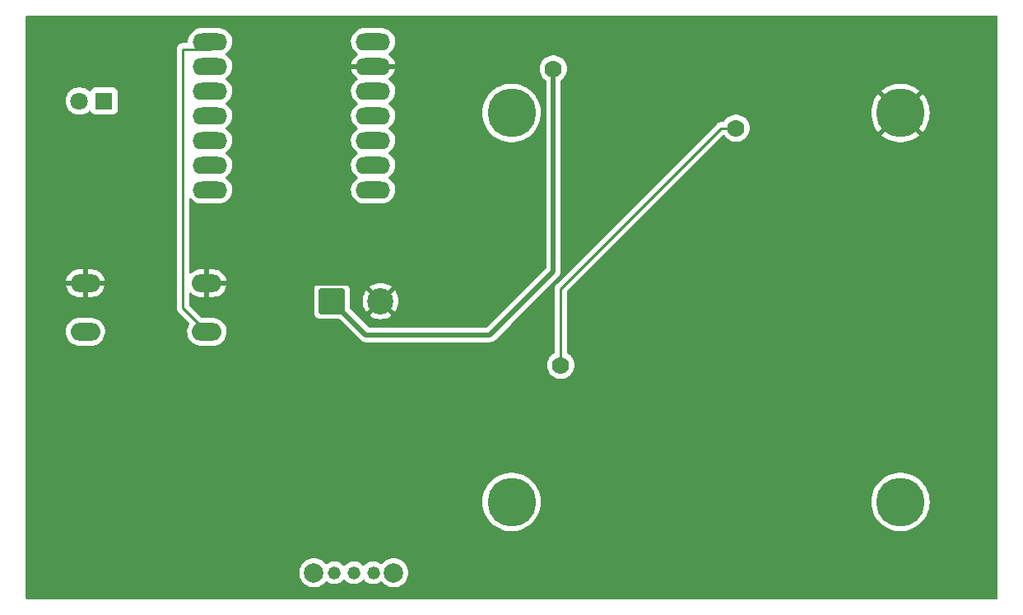
<source format=gbr>
%TF.GenerationSoftware,KiCad,Pcbnew,7.0.9*%
%TF.CreationDate,2024-01-21T16:04:35-08:00*%
%TF.ProjectId,Sensing Device,53656e73-696e-4672-9044-65766963652e,rev?*%
%TF.SameCoordinates,Original*%
%TF.FileFunction,Copper,L2,Bot*%
%TF.FilePolarity,Positive*%
%FSLAX46Y46*%
G04 Gerber Fmt 4.6, Leading zero omitted, Abs format (unit mm)*
G04 Created by KiCad (PCBNEW 7.0.9) date 2024-01-21 16:04:35*
%MOMM*%
%LPD*%
G01*
G04 APERTURE LIST*
G04 Aperture macros list*
%AMRoundRect*
0 Rectangle with rounded corners*
0 $1 Rounding radius*
0 $2 $3 $4 $5 $6 $7 $8 $9 X,Y pos of 4 corners*
0 Add a 4 corners polygon primitive as box body*
4,1,4,$2,$3,$4,$5,$6,$7,$8,$9,$2,$3,0*
0 Add four circle primitives for the rounded corners*
1,1,$1+$1,$2,$3*
1,1,$1+$1,$4,$5*
1,1,$1+$1,$6,$7*
1,1,$1+$1,$8,$9*
0 Add four rect primitives between the rounded corners*
20,1,$1+$1,$2,$3,$4,$5,0*
20,1,$1+$1,$4,$5,$6,$7,0*
20,1,$1+$1,$6,$7,$8,$9,0*
20,1,$1+$1,$8,$9,$2,$3,0*%
G04 Aperture macros list end*
%TA.AperFunction,ComponentPad*%
%ADD10O,3.556000X1.778000*%
%TD*%
%TA.AperFunction,ComponentPad*%
%ADD11RoundRect,0.250001X-1.099999X-1.099999X1.099999X-1.099999X1.099999X1.099999X-1.099999X1.099999X0*%
%TD*%
%TA.AperFunction,ComponentPad*%
%ADD12C,2.700000*%
%TD*%
%TA.AperFunction,ComponentPad*%
%ADD13O,3.048000X1.850000*%
%TD*%
%TA.AperFunction,ComponentPad*%
%ADD14C,1.320800*%
%TD*%
%TA.AperFunction,ComponentPad*%
%ADD15C,2.006600*%
%TD*%
%TA.AperFunction,ComponentPad*%
%ADD16C,5.000000*%
%TD*%
%TA.AperFunction,ComponentPad*%
%ADD17R,1.800000X1.800000*%
%TD*%
%TA.AperFunction,ComponentPad*%
%ADD18C,1.800000*%
%TD*%
%TA.AperFunction,ViaPad*%
%ADD19C,1.778000*%
%TD*%
%TA.AperFunction,Conductor*%
%ADD20C,0.500000*%
%TD*%
%TA.AperFunction,Conductor*%
%ADD21C,0.254000*%
%TD*%
G04 APERTURE END LIST*
D10*
%TO.P,U1,1,GPIO1_A0_D0*%
%TO.N,/Button*%
X78994000Y-42672000D03*
%TO.P,U1,2,GPIO2_A1_D1*%
%TO.N,unconnected-(U1-GPIO2_A1_D1-Pad2)*%
X78994000Y-45212000D03*
%TO.P,U1,3,GPIO3_A2_D2*%
%TO.N,unconnected-(U1-GPIO3_A2_D2-Pad3)*%
X78994000Y-47752000D03*
%TO.P,U1,4,GPIO4_A3_D3*%
%TO.N,unconnected-(U1-GPIO4_A3_D3-Pad4)*%
X78994000Y-50292000D03*
%TO.P,U1,5,GPIO4_A3_D3_SDA*%
%TO.N,/SDA_XIAO*%
X78994000Y-52832000D03*
%TO.P,U1,6,GPIO6_A5_D5_SCL*%
%TO.N,/SCL_XIAO*%
X78994000Y-55372000D03*
%TO.P,U1,7,GPIO43_TX_D6*%
%TO.N,unconnected-(U1-GPIO43_TX_D6-Pad7)*%
X78994000Y-57912000D03*
%TO.P,U1,8,5V*%
%TO.N,unconnected-(U1-5V-Pad8)*%
X95758000Y-42672000D03*
%TO.P,U1,9,GND*%
%TO.N,GND*%
X95758000Y-45212000D03*
%TO.P,U1,10,3V3*%
%TO.N,/3V3*%
X95758000Y-47752000D03*
%TO.P,U1,11,GPIO9_A10_D10_COPI*%
%TO.N,unconnected-(U1-GPIO9_A10_D10_COPI-Pad11)*%
X95758000Y-50292000D03*
%TO.P,U1,12,GPIO8_A9_D9_CIPO*%
%TO.N,unconnected-(U1-GPIO8_A9_D9_CIPO-Pad12)*%
X95758000Y-52832000D03*
%TO.P,U1,13,GPIO7_A8_D8_SCK*%
%TO.N,/Id*%
X95758000Y-55372000D03*
%TO.P,U1,14,GPIO44_D7_RX*%
%TO.N,unconnected-(U1-GPIO44_D7_RX-Pad14)*%
X95758000Y-57912000D03*
%TD*%
D11*
%TO.P,J1,1,Pin_1*%
%TO.N,VCC*%
X91520000Y-69342000D03*
D12*
%TO.P,J1,2,Pin_2*%
%TO.N,GND*%
X96520000Y-69342000D03*
%TD*%
D13*
%TO.P,SW1,1,A*%
%TO.N,GND*%
X66150000Y-67500000D03*
X78650000Y-67500000D03*
%TO.P,SW1,2,B*%
%TO.N,/Button*%
X66150000Y-72500000D03*
X78650000Y-72500000D03*
%TD*%
D14*
%TO.P,SW2,1,A*%
%TO.N,VCC*%
X91764099Y-97282000D03*
%TO.P,SW2,2,B*%
%TO.N,Net-(BT1-+)*%
X93764100Y-97282000D03*
%TO.P,SW2,3,C*%
%TO.N,unconnected-(SW2-C-Pad3)*%
X95764101Y-97282000D03*
D15*
%TO.P,SW2,4*%
%TO.N,N/C*%
X89662000Y-97282000D03*
%TO.P,SW2,5*%
X97866200Y-97282000D03*
%TD*%
D16*
%TO.P,J2,4*%
%TO.N,N/C*%
X150000000Y-90000000D03*
%TO.P,J2,3*%
X110000000Y-90000000D03*
%TO.P,J2,2,Pin_2*%
%TO.N,GND*%
X150000000Y-50000000D03*
%TO.P,J2,1,Pin_1*%
%TO.N,/Id*%
X110000000Y-50000000D03*
%TD*%
D17*
%TO.P,D1,1,K*%
%TO.N,Net-(D1-K)*%
X68072000Y-48768000D03*
D18*
%TO.P,D1,2,A*%
%TO.N,VCC*%
X65532000Y-48768000D03*
%TD*%
D19*
%TO.N,VCC*%
X114300000Y-45466000D03*
%TO.N,Net-(C1-Pad1)*%
X133096000Y-51562000D03*
X115062000Y-75946000D03*
%TD*%
D20*
%TO.N,GND*%
X78650000Y-67500000D02*
X78662000Y-67488000D01*
X78662000Y-67488000D02*
X94666000Y-67488000D01*
X94666000Y-67488000D02*
X96520000Y-69342000D01*
%TO.N,VCC*%
X107776000Y-72818000D02*
X94996000Y-72818000D01*
X91520000Y-69342000D02*
X94996000Y-72818000D01*
X114300000Y-66294000D02*
X107776000Y-72818000D01*
X114300000Y-45466000D02*
X114300000Y-66294000D01*
D21*
%TO.N,Net-(C1-Pad1)*%
X115062000Y-68072000D02*
X131572000Y-51562000D01*
X131572000Y-51562000D02*
X133096000Y-51562000D01*
X115062000Y-75946000D02*
X115062000Y-68072000D01*
%TO.N,/Button*%
X76200000Y-43434000D02*
X78994000Y-43434000D01*
X76200000Y-70050000D02*
X76200000Y-43434000D01*
X78994000Y-43434000D02*
X79756000Y-42672000D01*
X78650000Y-72500000D02*
X76200000Y-70050000D01*
%TD*%
%TA.AperFunction,Conductor*%
%TO.N,GND*%
G36*
X159942539Y-40020185D02*
G01*
X159988294Y-40072989D01*
X159999500Y-40124500D01*
X159999500Y-99875500D01*
X159979815Y-99942539D01*
X159927011Y-99988294D01*
X159875500Y-99999500D01*
X60124500Y-99999500D01*
X60057461Y-99979815D01*
X60011706Y-99927011D01*
X60000500Y-99875500D01*
X60000500Y-97282000D01*
X88153550Y-97282000D01*
X88172122Y-97517977D01*
X88227378Y-97748136D01*
X88317960Y-97966822D01*
X88441634Y-98168640D01*
X88441635Y-98168641D01*
X88441636Y-98168643D01*
X88441638Y-98168645D01*
X88595365Y-98348635D01*
X88775355Y-98502362D01*
X88775357Y-98502363D01*
X88775358Y-98502364D01*
X88775359Y-98502365D01*
X88977177Y-98626039D01*
X89195863Y-98716621D01*
X89426026Y-98771878D01*
X89662000Y-98790450D01*
X89897974Y-98771878D01*
X90128137Y-98716621D01*
X90346822Y-98626039D01*
X90548645Y-98502362D01*
X90728635Y-98348635D01*
X90856601Y-98198806D01*
X90915106Y-98160615D01*
X90984974Y-98160116D01*
X91034428Y-98187704D01*
X91061504Y-98212387D01*
X91244425Y-98325647D01*
X91445043Y-98403367D01*
X91656526Y-98442900D01*
X91656528Y-98442900D01*
X91871670Y-98442900D01*
X91871672Y-98442900D01*
X92083155Y-98403367D01*
X92283773Y-98325647D01*
X92466694Y-98212387D01*
X92625690Y-98067444D01*
X92665147Y-98015193D01*
X92721253Y-97973560D01*
X92790965Y-97968867D01*
X92852147Y-98002609D01*
X92863050Y-98015192D01*
X92863053Y-98015196D01*
X92902511Y-98067446D01*
X92902514Y-98067449D01*
X93061502Y-98212385D01*
X93061504Y-98212386D01*
X93061505Y-98212387D01*
X93244426Y-98325647D01*
X93445044Y-98403367D01*
X93656527Y-98442900D01*
X93656529Y-98442900D01*
X93871671Y-98442900D01*
X93871673Y-98442900D01*
X94083156Y-98403367D01*
X94283774Y-98325647D01*
X94466695Y-98212387D01*
X94625691Y-98067444D01*
X94665148Y-98015193D01*
X94721254Y-97973560D01*
X94790966Y-97968867D01*
X94852148Y-98002609D01*
X94863051Y-98015192D01*
X94863054Y-98015196D01*
X94902512Y-98067446D01*
X94902515Y-98067449D01*
X95061503Y-98212385D01*
X95061505Y-98212386D01*
X95061506Y-98212387D01*
X95244427Y-98325647D01*
X95445045Y-98403367D01*
X95656528Y-98442900D01*
X95656530Y-98442900D01*
X95871672Y-98442900D01*
X95871674Y-98442900D01*
X96083157Y-98403367D01*
X96283775Y-98325647D01*
X96466696Y-98212387D01*
X96493771Y-98187704D01*
X96556573Y-98157086D01*
X96625960Y-98165282D01*
X96671599Y-98198807D01*
X96799565Y-98348635D01*
X96979555Y-98502362D01*
X96979557Y-98502363D01*
X96979558Y-98502364D01*
X96979559Y-98502365D01*
X97181377Y-98626039D01*
X97400063Y-98716621D01*
X97630226Y-98771878D01*
X97866200Y-98790450D01*
X98102174Y-98771878D01*
X98332337Y-98716621D01*
X98551022Y-98626039D01*
X98752845Y-98502362D01*
X98932835Y-98348635D01*
X99086562Y-98168645D01*
X99210239Y-97966822D01*
X99300821Y-97748137D01*
X99356078Y-97517974D01*
X99374650Y-97282000D01*
X99356078Y-97046026D01*
X99300821Y-96815863D01*
X99210239Y-96597178D01*
X99210239Y-96597177D01*
X99086565Y-96395359D01*
X99086564Y-96395358D01*
X99086563Y-96395357D01*
X99086562Y-96395355D01*
X98932835Y-96215365D01*
X98752845Y-96061638D01*
X98752843Y-96061636D01*
X98752841Y-96061635D01*
X98752840Y-96061634D01*
X98551022Y-95937960D01*
X98332336Y-95847378D01*
X98102177Y-95792122D01*
X97866200Y-95773550D01*
X97630222Y-95792122D01*
X97400063Y-95847378D01*
X97181377Y-95937960D01*
X96979559Y-96061634D01*
X96979558Y-96061635D01*
X96799565Y-96215365D01*
X96671600Y-96365191D01*
X96613093Y-96403384D01*
X96543225Y-96403882D01*
X96493773Y-96376297D01*
X96466696Y-96351613D01*
X96283775Y-96238353D01*
X96083157Y-96160633D01*
X95871674Y-96121100D01*
X95656528Y-96121100D01*
X95445045Y-96160633D01*
X95318176Y-96209782D01*
X95244429Y-96238352D01*
X95244428Y-96238352D01*
X95061503Y-96351614D01*
X94902515Y-96496550D01*
X94902510Y-96496555D01*
X94863053Y-96548805D01*
X94806944Y-96590440D01*
X94737232Y-96595131D01*
X94676050Y-96561388D01*
X94665147Y-96548805D01*
X94625691Y-96496556D01*
X94625688Y-96496553D01*
X94625685Y-96496550D01*
X94466697Y-96351614D01*
X94426911Y-96326979D01*
X94283774Y-96238353D01*
X94083156Y-96160633D01*
X93871673Y-96121100D01*
X93656527Y-96121100D01*
X93445044Y-96160633D01*
X93318175Y-96209782D01*
X93244428Y-96238352D01*
X93244427Y-96238352D01*
X93061502Y-96351614D01*
X92902514Y-96496550D01*
X92902509Y-96496555D01*
X92863052Y-96548805D01*
X92806943Y-96590440D01*
X92737231Y-96595131D01*
X92676049Y-96561388D01*
X92665146Y-96548805D01*
X92625690Y-96496556D01*
X92625687Y-96496553D01*
X92625684Y-96496550D01*
X92466696Y-96351614D01*
X92426910Y-96326979D01*
X92283773Y-96238353D01*
X92083155Y-96160633D01*
X91871672Y-96121100D01*
X91656526Y-96121100D01*
X91445043Y-96160633D01*
X91318174Y-96209782D01*
X91244427Y-96238352D01*
X91244426Y-96238352D01*
X91061501Y-96351614D01*
X91034426Y-96376297D01*
X90971622Y-96406913D01*
X90902235Y-96398715D01*
X90856599Y-96365191D01*
X90845003Y-96351614D01*
X90728635Y-96215365D01*
X90548645Y-96061638D01*
X90548643Y-96061636D01*
X90548641Y-96061635D01*
X90548640Y-96061634D01*
X90346822Y-95937960D01*
X90128136Y-95847378D01*
X89897977Y-95792122D01*
X89662000Y-95773550D01*
X89426022Y-95792122D01*
X89195863Y-95847378D01*
X88977177Y-95937960D01*
X88775359Y-96061634D01*
X88775358Y-96061635D01*
X88595365Y-96215365D01*
X88441635Y-96395358D01*
X88441634Y-96395359D01*
X88317960Y-96597177D01*
X88227378Y-96815863D01*
X88172122Y-97046022D01*
X88153550Y-97282000D01*
X60000500Y-97282000D01*
X60000500Y-90000003D01*
X106994415Y-90000003D01*
X107014738Y-90348927D01*
X107014739Y-90348938D01*
X107075428Y-90693127D01*
X107075430Y-90693134D01*
X107175674Y-91027972D01*
X107314107Y-91348895D01*
X107314113Y-91348908D01*
X107488870Y-91651597D01*
X107697584Y-91931949D01*
X107697589Y-91931955D01*
X107821463Y-92063253D01*
X107937442Y-92186183D01*
X108113903Y-92334251D01*
X108205186Y-92410847D01*
X108205194Y-92410853D01*
X108497203Y-92602911D01*
X108497207Y-92602913D01*
X108809549Y-92759777D01*
X109137989Y-92879319D01*
X109478086Y-92959923D01*
X109825241Y-93000500D01*
X109825248Y-93000500D01*
X110174752Y-93000500D01*
X110174759Y-93000500D01*
X110521914Y-92959923D01*
X110862011Y-92879319D01*
X111190451Y-92759777D01*
X111502793Y-92602913D01*
X111794811Y-92410849D01*
X112062558Y-92186183D01*
X112302412Y-91931953D01*
X112511130Y-91651596D01*
X112685889Y-91348904D01*
X112824326Y-91027971D01*
X112924569Y-90693136D01*
X112985262Y-90348927D01*
X113005585Y-90000003D01*
X146994415Y-90000003D01*
X147014738Y-90348927D01*
X147014739Y-90348938D01*
X147075428Y-90693127D01*
X147075430Y-90693134D01*
X147175674Y-91027972D01*
X147314107Y-91348895D01*
X147314113Y-91348908D01*
X147488870Y-91651597D01*
X147697584Y-91931949D01*
X147697589Y-91931955D01*
X147821463Y-92063253D01*
X147937442Y-92186183D01*
X148113903Y-92334251D01*
X148205186Y-92410847D01*
X148205194Y-92410853D01*
X148497203Y-92602911D01*
X148497207Y-92602913D01*
X148809549Y-92759777D01*
X149137989Y-92879319D01*
X149478086Y-92959923D01*
X149825241Y-93000500D01*
X149825248Y-93000500D01*
X150174752Y-93000500D01*
X150174759Y-93000500D01*
X150521914Y-92959923D01*
X150862011Y-92879319D01*
X151190451Y-92759777D01*
X151502793Y-92602913D01*
X151794811Y-92410849D01*
X152062558Y-92186183D01*
X152302412Y-91931953D01*
X152511130Y-91651596D01*
X152685889Y-91348904D01*
X152824326Y-91027971D01*
X152924569Y-90693136D01*
X152985262Y-90348927D01*
X153005585Y-90000000D01*
X152985262Y-89651073D01*
X152985260Y-89651061D01*
X152924571Y-89306872D01*
X152924569Y-89306865D01*
X152824325Y-88972027D01*
X152685892Y-88651104D01*
X152685889Y-88651096D01*
X152511130Y-88348404D01*
X152511129Y-88348402D01*
X152302415Y-88068050D01*
X152302410Y-88068044D01*
X152186433Y-87945117D01*
X152062558Y-87813817D01*
X151914488Y-87689572D01*
X151794813Y-87589152D01*
X151794805Y-87589146D01*
X151502796Y-87397088D01*
X151190458Y-87240226D01*
X151190452Y-87240223D01*
X150862012Y-87120681D01*
X150862009Y-87120680D01*
X150521915Y-87040077D01*
X150478519Y-87035004D01*
X150174759Y-86999500D01*
X149825241Y-86999500D01*
X149521480Y-87035004D01*
X149478085Y-87040077D01*
X149478083Y-87040077D01*
X149137990Y-87120680D01*
X149137987Y-87120681D01*
X148809547Y-87240223D01*
X148809541Y-87240226D01*
X148497203Y-87397088D01*
X148205194Y-87589146D01*
X148205186Y-87589152D01*
X147937442Y-87813817D01*
X147937440Y-87813819D01*
X147697589Y-88068044D01*
X147697584Y-88068050D01*
X147488870Y-88348402D01*
X147314113Y-88651091D01*
X147314107Y-88651104D01*
X147175674Y-88972027D01*
X147075430Y-89306865D01*
X147075428Y-89306872D01*
X147014739Y-89651061D01*
X147014738Y-89651072D01*
X146994415Y-89999996D01*
X146994415Y-90000003D01*
X113005585Y-90000003D01*
X113005585Y-90000000D01*
X112985262Y-89651073D01*
X112985260Y-89651061D01*
X112924571Y-89306872D01*
X112924569Y-89306865D01*
X112824325Y-88972027D01*
X112685892Y-88651104D01*
X112685889Y-88651096D01*
X112511130Y-88348404D01*
X112511129Y-88348402D01*
X112302415Y-88068050D01*
X112302410Y-88068044D01*
X112186433Y-87945117D01*
X112062558Y-87813817D01*
X111914488Y-87689572D01*
X111794813Y-87589152D01*
X111794805Y-87589146D01*
X111502796Y-87397088D01*
X111190458Y-87240226D01*
X111190452Y-87240223D01*
X110862012Y-87120681D01*
X110862009Y-87120680D01*
X110521915Y-87040077D01*
X110478519Y-87035004D01*
X110174759Y-86999500D01*
X109825241Y-86999500D01*
X109521480Y-87035004D01*
X109478085Y-87040077D01*
X109478083Y-87040077D01*
X109137990Y-87120680D01*
X109137987Y-87120681D01*
X108809547Y-87240223D01*
X108809541Y-87240226D01*
X108497203Y-87397088D01*
X108205194Y-87589146D01*
X108205186Y-87589152D01*
X107937442Y-87813817D01*
X107937440Y-87813819D01*
X107697589Y-88068044D01*
X107697584Y-88068050D01*
X107488870Y-88348402D01*
X107314113Y-88651091D01*
X107314107Y-88651104D01*
X107175674Y-88972027D01*
X107075430Y-89306865D01*
X107075428Y-89306872D01*
X107014739Y-89651061D01*
X107014738Y-89651072D01*
X106994415Y-89999996D01*
X106994415Y-90000003D01*
X60000500Y-90000003D01*
X60000500Y-75946005D01*
X113667738Y-75946005D01*
X113686753Y-76175484D01*
X113743282Y-76398714D01*
X113835782Y-76609594D01*
X113961728Y-76802370D01*
X113961731Y-76802373D01*
X114117692Y-76971792D01*
X114299411Y-77113229D01*
X114501931Y-77222828D01*
X114615025Y-77261653D01*
X114719725Y-77297597D01*
X114719727Y-77297597D01*
X114719729Y-77297598D01*
X114946863Y-77335500D01*
X114946864Y-77335500D01*
X115177136Y-77335500D01*
X115177137Y-77335500D01*
X115404271Y-77297598D01*
X115622069Y-77222828D01*
X115824589Y-77113229D01*
X116006308Y-76971792D01*
X116162269Y-76802373D01*
X116288217Y-76609595D01*
X116380717Y-76398716D01*
X116437246Y-76175488D01*
X116456262Y-75946000D01*
X116437246Y-75716512D01*
X116380717Y-75493284D01*
X116288217Y-75282405D01*
X116162271Y-75089629D01*
X116135355Y-75060390D01*
X116006308Y-74920208D01*
X115938036Y-74867070D01*
X115824591Y-74778772D01*
X115824586Y-74778769D01*
X115754481Y-74740829D01*
X115704891Y-74691609D01*
X115689500Y-74631775D01*
X115689500Y-68383281D01*
X115709185Y-68316242D01*
X115725819Y-68295600D01*
X118089649Y-65931770D01*
X131732586Y-52288832D01*
X131793907Y-52255349D01*
X131863599Y-52260333D01*
X131919532Y-52302205D01*
X131924074Y-52308694D01*
X131995728Y-52418370D01*
X132036102Y-52462227D01*
X132151692Y-52587792D01*
X132333411Y-52729229D01*
X132535931Y-52838828D01*
X132649025Y-52877653D01*
X132753725Y-52913597D01*
X132753727Y-52913597D01*
X132753729Y-52913598D01*
X132980863Y-52951500D01*
X132980864Y-52951500D01*
X133211136Y-52951500D01*
X133211137Y-52951500D01*
X133438271Y-52913598D01*
X133656069Y-52838828D01*
X133858589Y-52729229D01*
X134040308Y-52587792D01*
X134196269Y-52418373D01*
X134322217Y-52225595D01*
X134414717Y-52014716D01*
X134471246Y-51791488D01*
X134485907Y-51614561D01*
X134490262Y-51562005D01*
X134490262Y-51561994D01*
X134474932Y-51376994D01*
X134471246Y-51332512D01*
X134414717Y-51109284D01*
X134322217Y-50898405D01*
X134309096Y-50878322D01*
X134196271Y-50705629D01*
X134169355Y-50676390D01*
X134040308Y-50536208D01*
X133954121Y-50469126D01*
X133858591Y-50394772D01*
X133656069Y-50285172D01*
X133656061Y-50285169D01*
X133438274Y-50210402D01*
X133267920Y-50181975D01*
X133211137Y-50172500D01*
X132980863Y-50172500D01*
X132935436Y-50180080D01*
X132753725Y-50210402D01*
X132535938Y-50285169D01*
X132535930Y-50285172D01*
X132333408Y-50394772D01*
X132151694Y-50536206D01*
X132151689Y-50536211D01*
X131995731Y-50705627D01*
X131882904Y-50878322D01*
X131829757Y-50923678D01*
X131779095Y-50934500D01*
X131654967Y-50934500D01*
X131639318Y-50932772D01*
X131639292Y-50933054D01*
X131631524Y-50932319D01*
X131562140Y-50934500D01*
X131532522Y-50934500D01*
X131525618Y-50935371D01*
X131519800Y-50935829D01*
X131473057Y-50937298D01*
X131453713Y-50942918D01*
X131434669Y-50946862D01*
X131431709Y-50947235D01*
X131414707Y-50949384D01*
X131414703Y-50949385D01*
X131414700Y-50949386D01*
X131371235Y-50966594D01*
X131365710Y-50968485D01*
X131320809Y-50981531D01*
X131320806Y-50981533D01*
X131303480Y-50991779D01*
X131286010Y-51000337D01*
X131267298Y-51007745D01*
X131229463Y-51035233D01*
X131224580Y-51038440D01*
X131184346Y-51062234D01*
X131170106Y-51076474D01*
X131155320Y-51089102D01*
X131139033Y-51100936D01*
X131139032Y-51100936D01*
X131109227Y-51136963D01*
X131105295Y-51141285D01*
X114676953Y-67569626D01*
X114664669Y-67579469D01*
X114664849Y-67579687D01*
X114658838Y-67584659D01*
X114611322Y-67635258D01*
X114590375Y-67656205D01*
X114586106Y-67661709D01*
X114582315Y-67666147D01*
X114550308Y-67700230D01*
X114550305Y-67700234D01*
X114540606Y-67717877D01*
X114529928Y-67734133D01*
X114517594Y-67750034D01*
X114517589Y-67750042D01*
X114499025Y-67792943D01*
X114496454Y-67798191D01*
X114473927Y-67839167D01*
X114468920Y-67858668D01*
X114462621Y-67877064D01*
X114455893Y-67892612D01*
X114454625Y-67895544D01*
X114454624Y-67895546D01*
X114447312Y-67941716D01*
X114446127Y-67947438D01*
X114434500Y-67992723D01*
X114434500Y-68012858D01*
X114432973Y-68032255D01*
X114429825Y-68052133D01*
X114434225Y-68098677D01*
X114434500Y-68104515D01*
X114434500Y-74631775D01*
X114414815Y-74698814D01*
X114369519Y-74740829D01*
X114299413Y-74778769D01*
X114299408Y-74778772D01*
X114117694Y-74920206D01*
X114117689Y-74920211D01*
X113961728Y-75089629D01*
X113835782Y-75282405D01*
X113743282Y-75493285D01*
X113686753Y-75716515D01*
X113667738Y-75945994D01*
X113667738Y-75946005D01*
X60000500Y-75946005D01*
X60000500Y-72439281D01*
X64121635Y-72439281D01*
X64131933Y-72681715D01*
X64131933Y-72681719D01*
X64183056Y-72918929D01*
X64183057Y-72918932D01*
X64273530Y-73144082D01*
X64400757Y-73350713D01*
X64561075Y-73532869D01*
X64561079Y-73532873D01*
X64749870Y-73685311D01*
X64961709Y-73803652D01*
X64961712Y-73803653D01*
X65190507Y-73884491D01*
X65190513Y-73884492D01*
X65429662Y-73925499D01*
X65429670Y-73925499D01*
X65429672Y-73925500D01*
X65429673Y-73925500D01*
X66809559Y-73925500D01*
X66990775Y-73910076D01*
X66990775Y-73910075D01*
X66990782Y-73910075D01*
X67225608Y-73848931D01*
X67225611Y-73848930D01*
X67446713Y-73748986D01*
X67446716Y-73748983D01*
X67446723Y-73748981D01*
X67647765Y-73613100D01*
X67822952Y-73445197D01*
X67967244Y-73250102D01*
X68076488Y-73033429D01*
X68147543Y-72801409D01*
X68178365Y-72560719D01*
X68168066Y-72318281D01*
X68116944Y-72081072D01*
X68026468Y-71855914D01*
X67899242Y-71649286D01*
X67738925Y-71467131D01*
X67738924Y-71467130D01*
X67738920Y-71467126D01*
X67550129Y-71314688D01*
X67338290Y-71196347D01*
X67109500Y-71115511D01*
X67109486Y-71115507D01*
X66870337Y-71074500D01*
X66870328Y-71074500D01*
X65490446Y-71074500D01*
X65490441Y-71074500D01*
X65309224Y-71089923D01*
X65309222Y-71089924D01*
X65074391Y-71151068D01*
X65074388Y-71151069D01*
X64853286Y-71251013D01*
X64853274Y-71251020D01*
X64652234Y-71386900D01*
X64652232Y-71386902D01*
X64477047Y-71554803D01*
X64477046Y-71554804D01*
X64332758Y-71749893D01*
X64223515Y-71966565D01*
X64223512Y-71966571D01*
X64152456Y-72198594D01*
X64121635Y-72439281D01*
X60000500Y-72439281D01*
X60000500Y-67249999D01*
X64146377Y-67249999D01*
X64146378Y-67250000D01*
X65549272Y-67250000D01*
X65526900Y-67297543D01*
X65496127Y-67458862D01*
X65506439Y-67622766D01*
X65547780Y-67750000D01*
X64147161Y-67750000D01*
X64183536Y-67918782D01*
X64183537Y-67918785D01*
X64273978Y-68143856D01*
X64401161Y-68350415D01*
X64561422Y-68532507D01*
X64561426Y-68532511D01*
X64750144Y-68684890D01*
X64750150Y-68684894D01*
X64961917Y-68803194D01*
X65190629Y-68884003D01*
X65190637Y-68884005D01*
X65429706Y-68924999D01*
X65429715Y-68925000D01*
X65900000Y-68925000D01*
X65900000Y-68104310D01*
X65908817Y-68109158D01*
X66067886Y-68150000D01*
X66190894Y-68150000D01*
X66312933Y-68134583D01*
X66400000Y-68100110D01*
X66400000Y-68925000D01*
X66809539Y-68925000D01*
X66990692Y-68909582D01*
X67225440Y-68848458D01*
X67446472Y-68748546D01*
X67446480Y-68748541D01*
X67647450Y-68612708D01*
X67647453Y-68612706D01*
X67822575Y-68444864D01*
X67822576Y-68444863D01*
X67966813Y-68249843D01*
X68076021Y-68033242D01*
X68147053Y-67801299D01*
X68153622Y-67750000D01*
X66750728Y-67750000D01*
X66773100Y-67702457D01*
X66803873Y-67541138D01*
X66793561Y-67377234D01*
X66752220Y-67250000D01*
X68152839Y-67250000D01*
X68116463Y-67081217D01*
X68116462Y-67081214D01*
X68026021Y-66856143D01*
X67898838Y-66649584D01*
X67738577Y-66467492D01*
X67738573Y-66467488D01*
X67549855Y-66315109D01*
X67549849Y-66315105D01*
X67338082Y-66196805D01*
X67109370Y-66115996D01*
X67109362Y-66115994D01*
X66870293Y-66075000D01*
X66400000Y-66075000D01*
X66400000Y-66895689D01*
X66391183Y-66890842D01*
X66232114Y-66850000D01*
X66109106Y-66850000D01*
X65987067Y-66865417D01*
X65900000Y-66899889D01*
X65900000Y-66075000D01*
X65490461Y-66075000D01*
X65309307Y-66090417D01*
X65074559Y-66151541D01*
X64853527Y-66251453D01*
X64853519Y-66251458D01*
X64652549Y-66387291D01*
X64652546Y-66387293D01*
X64477424Y-66555135D01*
X64477423Y-66555136D01*
X64333186Y-66750156D01*
X64223978Y-66966757D01*
X64152946Y-67198700D01*
X64146377Y-67249999D01*
X60000500Y-67249999D01*
X60000500Y-48768006D01*
X64126700Y-48768006D01*
X64145864Y-48999297D01*
X64145866Y-48999308D01*
X64202842Y-49224300D01*
X64296075Y-49436848D01*
X64423016Y-49631147D01*
X64423019Y-49631151D01*
X64423021Y-49631153D01*
X64580216Y-49801913D01*
X64580219Y-49801915D01*
X64580222Y-49801918D01*
X64763365Y-49944464D01*
X64763371Y-49944468D01*
X64763374Y-49944470D01*
X64967497Y-50054936D01*
X65081487Y-50094068D01*
X65187015Y-50130297D01*
X65187017Y-50130297D01*
X65187019Y-50130298D01*
X65415951Y-50168500D01*
X65415952Y-50168500D01*
X65648048Y-50168500D01*
X65648049Y-50168500D01*
X65876981Y-50130298D01*
X66096503Y-50054936D01*
X66300626Y-49944470D01*
X66483784Y-49801913D01*
X66492130Y-49792846D01*
X66552010Y-49756854D01*
X66621849Y-49758949D01*
X66679468Y-49798469D01*
X66699544Y-49833491D01*
X66728203Y-49910330D01*
X66728206Y-49910335D01*
X66814452Y-50025544D01*
X66814455Y-50025547D01*
X66929664Y-50111793D01*
X66929671Y-50111797D01*
X67064517Y-50162091D01*
X67064516Y-50162091D01*
X67071444Y-50162835D01*
X67124127Y-50168500D01*
X69019872Y-50168499D01*
X69079483Y-50162091D01*
X69214331Y-50111796D01*
X69329546Y-50025546D01*
X69415796Y-49910331D01*
X69466091Y-49775483D01*
X69472500Y-49715873D01*
X69472499Y-47820128D01*
X69466091Y-47760517D01*
X69456233Y-47734087D01*
X69415797Y-47625671D01*
X69415793Y-47625664D01*
X69329547Y-47510455D01*
X69329544Y-47510452D01*
X69214335Y-47424206D01*
X69214328Y-47424202D01*
X69079482Y-47373908D01*
X69079483Y-47373908D01*
X69019883Y-47367501D01*
X69019881Y-47367500D01*
X69019873Y-47367500D01*
X69019864Y-47367500D01*
X67124129Y-47367500D01*
X67124123Y-47367501D01*
X67064516Y-47373908D01*
X66929671Y-47424202D01*
X66929664Y-47424206D01*
X66814455Y-47510452D01*
X66814452Y-47510455D01*
X66728206Y-47625664D01*
X66728203Y-47625670D01*
X66699544Y-47702508D01*
X66657672Y-47758441D01*
X66592208Y-47782858D01*
X66523935Y-47768006D01*
X66492135Y-47743158D01*
X66483784Y-47734087D01*
X66483778Y-47734082D01*
X66483777Y-47734081D01*
X66300634Y-47591535D01*
X66300628Y-47591531D01*
X66096504Y-47481064D01*
X66096495Y-47481061D01*
X65876984Y-47405702D01*
X65686450Y-47373908D01*
X65648049Y-47367500D01*
X65415951Y-47367500D01*
X65377550Y-47373908D01*
X65187015Y-47405702D01*
X64967504Y-47481061D01*
X64967495Y-47481064D01*
X64763371Y-47591531D01*
X64763365Y-47591535D01*
X64580222Y-47734081D01*
X64580219Y-47734084D01*
X64580216Y-47734086D01*
X64580216Y-47734087D01*
X64535319Y-47782858D01*
X64423016Y-47904852D01*
X64296075Y-48099151D01*
X64202842Y-48311699D01*
X64145866Y-48536691D01*
X64145864Y-48536702D01*
X64126700Y-48767993D01*
X64126700Y-48768006D01*
X60000500Y-48768006D01*
X60000500Y-43394286D01*
X75568761Y-43394286D01*
X75572378Y-43451786D01*
X75572500Y-43455659D01*
X75572500Y-69967032D01*
X75570772Y-69982681D01*
X75571054Y-69982708D01*
X75570319Y-69990475D01*
X75572500Y-70059859D01*
X75572500Y-70089477D01*
X75573371Y-70096380D01*
X75573829Y-70102199D01*
X75575298Y-70148942D01*
X75576261Y-70152255D01*
X75580676Y-70167451D01*
X75580916Y-70168275D01*
X75584862Y-70187329D01*
X75587383Y-70207287D01*
X75587386Y-70207299D01*
X75604595Y-70250765D01*
X75606487Y-70256293D01*
X75619530Y-70301187D01*
X75619530Y-70301188D01*
X75629777Y-70318515D01*
X75638335Y-70335985D01*
X75645745Y-70354701D01*
X75673229Y-70392529D01*
X75676437Y-70397413D01*
X75700234Y-70437652D01*
X75700240Y-70437660D01*
X75714469Y-70451888D01*
X75727109Y-70466687D01*
X75738934Y-70482964D01*
X75738936Y-70482965D01*
X75738937Y-70482967D01*
X75774957Y-70512765D01*
X75779268Y-70516687D01*
X76317396Y-71054815D01*
X76833632Y-71571051D01*
X76867117Y-71632374D01*
X76862133Y-71702066D01*
X76845649Y-71732463D01*
X76832759Y-71749892D01*
X76723515Y-71966565D01*
X76723512Y-71966571D01*
X76652456Y-72198594D01*
X76621635Y-72439281D01*
X76631933Y-72681715D01*
X76631933Y-72681719D01*
X76683056Y-72918929D01*
X76683057Y-72918932D01*
X76773530Y-73144082D01*
X76900757Y-73350713D01*
X77061075Y-73532869D01*
X77061079Y-73532873D01*
X77249870Y-73685311D01*
X77461709Y-73803652D01*
X77461712Y-73803653D01*
X77690507Y-73884491D01*
X77690513Y-73884492D01*
X77929662Y-73925499D01*
X77929670Y-73925499D01*
X77929672Y-73925500D01*
X77929673Y-73925500D01*
X79309559Y-73925500D01*
X79490775Y-73910076D01*
X79490775Y-73910075D01*
X79490782Y-73910075D01*
X79725608Y-73848931D01*
X79725611Y-73848930D01*
X79946713Y-73748986D01*
X79946716Y-73748983D01*
X79946723Y-73748981D01*
X80147765Y-73613100D01*
X80322952Y-73445197D01*
X80467244Y-73250102D01*
X80576488Y-73033429D01*
X80647543Y-72801409D01*
X80678365Y-72560719D01*
X80668066Y-72318281D01*
X80616944Y-72081072D01*
X80526468Y-71855914D01*
X80399242Y-71649286D01*
X80238925Y-71467131D01*
X80238924Y-71467130D01*
X80238920Y-71467126D01*
X80050129Y-71314688D01*
X79838290Y-71196347D01*
X79609500Y-71115511D01*
X79609486Y-71115507D01*
X79370337Y-71074500D01*
X79370328Y-71074500D01*
X78163281Y-71074500D01*
X78096242Y-71054815D01*
X78075600Y-71038181D01*
X77529434Y-70492015D01*
X89669500Y-70492015D01*
X89680000Y-70594795D01*
X89680001Y-70594796D01*
X89735186Y-70761335D01*
X89735187Y-70761337D01*
X89827286Y-70910651D01*
X89827289Y-70910655D01*
X89951344Y-71034710D01*
X89951348Y-71034713D01*
X90100662Y-71126812D01*
X90100664Y-71126813D01*
X90100666Y-71126814D01*
X90267203Y-71181999D01*
X90369992Y-71192500D01*
X92257770Y-71192500D01*
X92324809Y-71212185D01*
X92345451Y-71228819D01*
X94420267Y-73303634D01*
X94432048Y-73317266D01*
X94446390Y-73336530D01*
X94486420Y-73370119D01*
X94490392Y-73373759D01*
X94496223Y-73379590D01*
X94496222Y-73379590D01*
X94518021Y-73396825D01*
X94521944Y-73399927D01*
X94580786Y-73449302D01*
X94580794Y-73449306D01*
X94586824Y-73453273D01*
X94586790Y-73453323D01*
X94593137Y-73457366D01*
X94593169Y-73457316D01*
X94599318Y-73461108D01*
X94599320Y-73461109D01*
X94599323Y-73461111D01*
X94668930Y-73493569D01*
X94737567Y-73528040D01*
X94737576Y-73528042D01*
X94744355Y-73530510D01*
X94744334Y-73530567D01*
X94751451Y-73533040D01*
X94751470Y-73532984D01*
X94758330Y-73535257D01*
X94833532Y-73550784D01*
X94908279Y-73568500D01*
X94908288Y-73568500D01*
X94915452Y-73569338D01*
X94915445Y-73569397D01*
X94922946Y-73570163D01*
X94922952Y-73570104D01*
X94930140Y-73570733D01*
X94930143Y-73570732D01*
X94930144Y-73570733D01*
X95006898Y-73568500D01*
X107712295Y-73568500D01*
X107730265Y-73569809D01*
X107754023Y-73573289D01*
X107806068Y-73568735D01*
X107811470Y-73568500D01*
X107819704Y-73568500D01*
X107819709Y-73568500D01*
X107831327Y-73567141D01*
X107852276Y-73564693D01*
X107865028Y-73563577D01*
X107928797Y-73557999D01*
X107928805Y-73557996D01*
X107935866Y-73556539D01*
X107935878Y-73556598D01*
X107943243Y-73554965D01*
X107943229Y-73554906D01*
X107950246Y-73553241D01*
X107950255Y-73553241D01*
X108022423Y-73526974D01*
X108095334Y-73502814D01*
X108095343Y-73502807D01*
X108101882Y-73499760D01*
X108101908Y-73499816D01*
X108108690Y-73496532D01*
X108108663Y-73496478D01*
X108115106Y-73493240D01*
X108115117Y-73493237D01*
X108179283Y-73451034D01*
X108244656Y-73410712D01*
X108244662Y-73410705D01*
X108250325Y-73406229D01*
X108250362Y-73406277D01*
X108256204Y-73401518D01*
X108256164Y-73401471D01*
X108261691Y-73396832D01*
X108261696Y-73396830D01*
X108305205Y-73350713D01*
X108314386Y-73340981D01*
X109922904Y-71732463D01*
X114785638Y-66869727D01*
X114799267Y-66857950D01*
X114818530Y-66843610D01*
X114818532Y-66843606D01*
X114818534Y-66843606D01*
X114836663Y-66821999D01*
X114852113Y-66803585D01*
X114855767Y-66799599D01*
X114861589Y-66793778D01*
X114881928Y-66768054D01*
X114887162Y-66761815D01*
X114931302Y-66709214D01*
X114931304Y-66709209D01*
X114935272Y-66703179D01*
X114935323Y-66703212D01*
X114939369Y-66696860D01*
X114939317Y-66696828D01*
X114943109Y-66690679D01*
X114943111Y-66690677D01*
X114975569Y-66621069D01*
X115010040Y-66552433D01*
X115010043Y-66552417D01*
X115012510Y-66545644D01*
X115012568Y-66545665D01*
X115015043Y-66538546D01*
X115014985Y-66538527D01*
X115017256Y-66531672D01*
X115032784Y-66456467D01*
X115050500Y-66381720D01*
X115051339Y-66374548D01*
X115051397Y-66374554D01*
X115052164Y-66367056D01*
X115052104Y-66367051D01*
X115052733Y-66359860D01*
X115050500Y-66283103D01*
X115050500Y-50000003D01*
X146994916Y-50000003D01*
X147015235Y-50348869D01*
X147015236Y-50348880D01*
X147075914Y-50693002D01*
X147075916Y-50693011D01*
X147176145Y-51027800D01*
X147314555Y-51348670D01*
X147314561Y-51348683D01*
X147489289Y-51651322D01*
X147697972Y-51931631D01*
X147697976Y-51931636D01*
X147706147Y-51940297D01*
X147706149Y-51940298D01*
X148702266Y-50944180D01*
X148865130Y-51134870D01*
X149055818Y-51297732D01*
X148062817Y-52290733D01*
X148062818Y-52290734D01*
X148205480Y-52410442D01*
X148497461Y-52602480D01*
X148809739Y-52759314D01*
X148809745Y-52759316D01*
X149138130Y-52878838D01*
X149138133Y-52878839D01*
X149478171Y-52959429D01*
X149825276Y-52999999D01*
X149825277Y-53000000D01*
X150174723Y-53000000D01*
X150174723Y-52999999D01*
X150521827Y-52959429D01*
X150521829Y-52959429D01*
X150861866Y-52878839D01*
X150861869Y-52878838D01*
X151190254Y-52759316D01*
X151190260Y-52759314D01*
X151502538Y-52602480D01*
X151794515Y-52410445D01*
X151937180Y-52290734D01*
X151937181Y-52290733D01*
X150944180Y-51297733D01*
X151134870Y-51134870D01*
X151297733Y-50944180D01*
X152293850Y-51940297D01*
X152302032Y-51931625D01*
X152510710Y-51651322D01*
X152685438Y-51348683D01*
X152685444Y-51348670D01*
X152823854Y-51027800D01*
X152924083Y-50693011D01*
X152924085Y-50693002D01*
X152984763Y-50348880D01*
X152984764Y-50348869D01*
X153005084Y-50000003D01*
X153005084Y-49999996D01*
X152984764Y-49651130D01*
X152984763Y-49651119D01*
X152924085Y-49306997D01*
X152924083Y-49306988D01*
X152823854Y-48972199D01*
X152685444Y-48651329D01*
X152685438Y-48651316D01*
X152510710Y-48348677D01*
X152302029Y-48068371D01*
X152293850Y-48059701D01*
X152293850Y-48059700D01*
X151297732Y-49055818D01*
X151134870Y-48865130D01*
X150944180Y-48702266D01*
X151937181Y-47709265D01*
X151937180Y-47709264D01*
X151794519Y-47589557D01*
X151502538Y-47397519D01*
X151190260Y-47240685D01*
X151190254Y-47240683D01*
X150861869Y-47121161D01*
X150861866Y-47121160D01*
X150521828Y-47040570D01*
X150174723Y-47000000D01*
X149825277Y-47000000D01*
X149478172Y-47040570D01*
X149478170Y-47040570D01*
X149138133Y-47121160D01*
X149138130Y-47121161D01*
X148809745Y-47240683D01*
X148809739Y-47240685D01*
X148497461Y-47397519D01*
X148205485Y-47589554D01*
X148062817Y-47709264D01*
X149055819Y-48702266D01*
X148865130Y-48865130D01*
X148702266Y-49055819D01*
X147706148Y-48059701D01*
X147706146Y-48059701D01*
X147697973Y-48068366D01*
X147489289Y-48348677D01*
X147314561Y-48651316D01*
X147314555Y-48651329D01*
X147176145Y-48972199D01*
X147075916Y-49306988D01*
X147075914Y-49306997D01*
X147015236Y-49651119D01*
X147015235Y-49651130D01*
X146994916Y-49999996D01*
X146994916Y-50000003D01*
X115050500Y-50000003D01*
X115050500Y-46703258D01*
X115070185Y-46636219D01*
X115098338Y-46605405D01*
X115137542Y-46574890D01*
X115244308Y-46491792D01*
X115400269Y-46322373D01*
X115526217Y-46129595D01*
X115618717Y-45918716D01*
X115675246Y-45695488D01*
X115687460Y-45548090D01*
X115694262Y-45466005D01*
X115694262Y-45465994D01*
X115675246Y-45236515D01*
X115675246Y-45236512D01*
X115618717Y-45013284D01*
X115526217Y-44802405D01*
X115454237Y-44692231D01*
X115400271Y-44609629D01*
X115373355Y-44580390D01*
X115244308Y-44440208D01*
X115170511Y-44382770D01*
X115062591Y-44298772D01*
X114860069Y-44189172D01*
X114860061Y-44189169D01*
X114642274Y-44114402D01*
X114471920Y-44085975D01*
X114415137Y-44076500D01*
X114184863Y-44076500D01*
X114139436Y-44084080D01*
X113957725Y-44114402D01*
X113739938Y-44189169D01*
X113739930Y-44189172D01*
X113537408Y-44298772D01*
X113355694Y-44440206D01*
X113355689Y-44440211D01*
X113199728Y-44609629D01*
X113073782Y-44802405D01*
X112981282Y-45013285D01*
X112924753Y-45236515D01*
X112905738Y-45465994D01*
X112905738Y-45466005D01*
X112924753Y-45695484D01*
X112981282Y-45918714D01*
X113073782Y-46129594D01*
X113199728Y-46322370D01*
X113199731Y-46322373D01*
X113355692Y-46491792D01*
X113410642Y-46534561D01*
X113501662Y-46605405D01*
X113542475Y-46662115D01*
X113549500Y-46703258D01*
X113549500Y-65931770D01*
X113529815Y-65998809D01*
X113513181Y-66019451D01*
X107501451Y-72031181D01*
X107440128Y-72064666D01*
X107413770Y-72067500D01*
X95358230Y-72067500D01*
X95291191Y-72047815D01*
X95270549Y-72031181D01*
X93406819Y-70167451D01*
X93373334Y-70106128D01*
X93370500Y-70079770D01*
X93370500Y-69342001D01*
X94665274Y-69342001D01*
X94684152Y-69605960D01*
X94740400Y-69864528D01*
X94832884Y-70112487D01*
X94959701Y-70344735D01*
X94959706Y-70344743D01*
X95047038Y-70461406D01*
X95047039Y-70461406D01*
X95768766Y-69739679D01*
X95812316Y-69821822D01*
X95932009Y-69962735D01*
X96079195Y-70074623D01*
X96121402Y-70094150D01*
X95400592Y-70814959D01*
X95400593Y-70814960D01*
X95517256Y-70902293D01*
X95517264Y-70902298D01*
X95749513Y-71029115D01*
X95749512Y-71029115D01*
X95997471Y-71121599D01*
X96256039Y-71177847D01*
X96519999Y-71196726D01*
X96520001Y-71196726D01*
X96783960Y-71177847D01*
X97042528Y-71121599D01*
X97290487Y-71029115D01*
X97522735Y-70902298D01*
X97522736Y-70902297D01*
X97639406Y-70814959D01*
X96918609Y-70094161D01*
X97037431Y-70022669D01*
X97171658Y-69895523D01*
X97274861Y-69743308D01*
X97992959Y-70461406D01*
X98080297Y-70344736D01*
X98080298Y-70344735D01*
X98207115Y-70112487D01*
X98299599Y-69864528D01*
X98355847Y-69605960D01*
X98374726Y-69342001D01*
X98374726Y-69341998D01*
X98355847Y-69078039D01*
X98299599Y-68819471D01*
X98207115Y-68571512D01*
X98080298Y-68339264D01*
X98080293Y-68339256D01*
X97992960Y-68222593D01*
X97992959Y-68222592D01*
X97271232Y-68944319D01*
X97227684Y-68862178D01*
X97107991Y-68721265D01*
X96960805Y-68609377D01*
X96918596Y-68589849D01*
X97639406Y-67869039D01*
X97639406Y-67869038D01*
X97522743Y-67781706D01*
X97522735Y-67781701D01*
X97290486Y-67654884D01*
X97290487Y-67654884D01*
X97042528Y-67562400D01*
X96783960Y-67506152D01*
X96520001Y-67487274D01*
X96519999Y-67487274D01*
X96256039Y-67506152D01*
X95997471Y-67562400D01*
X95749512Y-67654884D01*
X95517264Y-67781701D01*
X95400593Y-67869039D01*
X96121391Y-68589837D01*
X96002569Y-68661331D01*
X95868342Y-68788477D01*
X95765138Y-68940692D01*
X95047039Y-68222593D01*
X94959701Y-68339264D01*
X94832884Y-68571512D01*
X94740400Y-68819471D01*
X94684152Y-69078039D01*
X94665274Y-69341998D01*
X94665274Y-69342001D01*
X93370500Y-69342001D01*
X93370500Y-68191997D01*
X93370499Y-68191984D01*
X93362037Y-68109158D01*
X93359999Y-68089203D01*
X93304814Y-67922666D01*
X93302420Y-67918785D01*
X93212713Y-67773348D01*
X93212710Y-67773344D01*
X93088655Y-67649289D01*
X93088651Y-67649286D01*
X92939337Y-67557187D01*
X92939335Y-67557186D01*
X92856065Y-67529593D01*
X92772797Y-67502001D01*
X92772795Y-67502000D01*
X92670015Y-67491500D01*
X92670008Y-67491500D01*
X90369992Y-67491500D01*
X90369984Y-67491500D01*
X90267204Y-67502000D01*
X90267203Y-67502001D01*
X90100664Y-67557186D01*
X90100662Y-67557187D01*
X89951348Y-67649286D01*
X89951344Y-67649289D01*
X89827289Y-67773344D01*
X89827286Y-67773348D01*
X89735187Y-67922662D01*
X89735186Y-67922664D01*
X89680001Y-68089203D01*
X89680000Y-68089204D01*
X89669500Y-68191984D01*
X89669500Y-70492015D01*
X77529434Y-70492015D01*
X76863819Y-69826400D01*
X76830334Y-69765077D01*
X76827500Y-69738719D01*
X76827500Y-68595298D01*
X76847185Y-68528259D01*
X76899989Y-68482504D01*
X76969147Y-68472560D01*
X77032703Y-68501585D01*
X77044584Y-68513375D01*
X77061423Y-68532508D01*
X77061426Y-68532511D01*
X77250144Y-68684890D01*
X77250150Y-68684894D01*
X77461917Y-68803194D01*
X77690629Y-68884003D01*
X77690637Y-68884005D01*
X77929706Y-68924999D01*
X77929715Y-68925000D01*
X78400000Y-68925000D01*
X78400000Y-68104310D01*
X78408817Y-68109158D01*
X78567886Y-68150000D01*
X78690894Y-68150000D01*
X78812933Y-68134583D01*
X78900000Y-68100110D01*
X78900000Y-68925000D01*
X79309539Y-68925000D01*
X79490692Y-68909582D01*
X79725440Y-68848458D01*
X79946472Y-68748546D01*
X79946480Y-68748541D01*
X80147450Y-68612708D01*
X80147453Y-68612706D01*
X80322575Y-68444864D01*
X80322576Y-68444863D01*
X80466813Y-68249843D01*
X80576021Y-68033242D01*
X80647053Y-67801299D01*
X80653622Y-67750000D01*
X79250728Y-67750000D01*
X79273100Y-67702457D01*
X79303873Y-67541138D01*
X79293561Y-67377234D01*
X79252220Y-67250000D01*
X80652839Y-67250000D01*
X80616463Y-67081217D01*
X80616462Y-67081214D01*
X80526021Y-66856143D01*
X80398838Y-66649584D01*
X80238577Y-66467492D01*
X80238573Y-66467488D01*
X80049855Y-66315109D01*
X80049849Y-66315105D01*
X79838082Y-66196805D01*
X79609370Y-66115996D01*
X79609362Y-66115994D01*
X79370293Y-66075000D01*
X78900000Y-66075000D01*
X78900000Y-66895689D01*
X78891183Y-66890842D01*
X78732114Y-66850000D01*
X78609106Y-66850000D01*
X78487067Y-66865417D01*
X78400000Y-66899889D01*
X78400000Y-66075000D01*
X77990461Y-66075000D01*
X77809307Y-66090417D01*
X77574559Y-66151541D01*
X77353527Y-66251453D01*
X77353519Y-66251458D01*
X77152549Y-66387291D01*
X77152547Y-66387293D01*
X77037300Y-66497749D01*
X76975280Y-66529924D01*
X76905710Y-66523462D01*
X76850678Y-66480413D01*
X76827656Y-66414445D01*
X76827500Y-66408226D01*
X76827500Y-58892208D01*
X76847185Y-58825169D01*
X76899989Y-58779414D01*
X76969147Y-58769470D01*
X77032703Y-58798495D01*
X77044576Y-58810277D01*
X77140075Y-58918785D01*
X77140076Y-58918786D01*
X77140079Y-58918789D01*
X77324102Y-59067377D01*
X77530594Y-59182730D01*
X77753611Y-59261527D01*
X77753617Y-59261528D01*
X77986726Y-59301499D01*
X77986734Y-59301499D01*
X77986736Y-59301500D01*
X77986737Y-59301500D01*
X79942033Y-59301500D01*
X80118671Y-59286466D01*
X80118674Y-59286465D01*
X80118676Y-59286465D01*
X80347571Y-59226865D01*
X80563102Y-59129439D01*
X80759068Y-58996990D01*
X80929831Y-58833327D01*
X81070478Y-58643159D01*
X81176964Y-58431957D01*
X81246224Y-58205797D01*
X81276267Y-57971185D01*
X81271239Y-57852815D01*
X93475733Y-57852815D01*
X93485770Y-58089125D01*
X93485770Y-58089126D01*
X93535603Y-58320348D01*
X93623791Y-58539816D01*
X93747806Y-58741229D01*
X93904075Y-58918785D01*
X93904079Y-58918789D01*
X94088102Y-59067377D01*
X94294594Y-59182730D01*
X94517611Y-59261527D01*
X94517617Y-59261528D01*
X94750726Y-59301499D01*
X94750734Y-59301499D01*
X94750736Y-59301500D01*
X94750737Y-59301500D01*
X96706033Y-59301500D01*
X96882671Y-59286466D01*
X96882674Y-59286465D01*
X96882676Y-59286465D01*
X97111571Y-59226865D01*
X97327102Y-59129439D01*
X97523068Y-58996990D01*
X97693831Y-58833327D01*
X97834478Y-58643159D01*
X97940964Y-58431957D01*
X98010224Y-58205797D01*
X98040267Y-57971185D01*
X98030229Y-57734871D01*
X97980397Y-57503652D01*
X97892207Y-57284180D01*
X97768193Y-57082770D01*
X97611925Y-56905215D01*
X97611924Y-56905214D01*
X97611920Y-56905210D01*
X97427897Y-56756622D01*
X97413102Y-56748357D01*
X97364177Y-56698476D01*
X97349985Y-56630063D01*
X97375034Y-56564838D01*
X97404136Y-56537372D01*
X97523068Y-56456990D01*
X97693831Y-56293327D01*
X97834478Y-56103159D01*
X97940964Y-55891957D01*
X98010224Y-55665797D01*
X98040267Y-55431185D01*
X98030229Y-55194871D01*
X97980397Y-54963652D01*
X97892207Y-54744180D01*
X97768193Y-54542770D01*
X97611925Y-54365215D01*
X97611924Y-54365214D01*
X97611920Y-54365210D01*
X97427897Y-54216622D01*
X97413102Y-54208357D01*
X97364177Y-54158476D01*
X97349985Y-54090063D01*
X97375034Y-54024838D01*
X97404136Y-53997372D01*
X97523068Y-53916990D01*
X97693831Y-53753327D01*
X97834478Y-53563159D01*
X97940964Y-53351957D01*
X98010224Y-53125797D01*
X98040267Y-52891185D01*
X98030229Y-52654871D01*
X97980397Y-52423652D01*
X97892207Y-52204180D01*
X97768193Y-52002770D01*
X97611925Y-51825215D01*
X97611924Y-51825214D01*
X97611920Y-51825210D01*
X97427897Y-51676622D01*
X97413102Y-51668357D01*
X97364177Y-51618476D01*
X97349985Y-51550063D01*
X97375034Y-51484838D01*
X97404136Y-51457372D01*
X97523068Y-51376990D01*
X97693831Y-51213327D01*
X97834478Y-51023159D01*
X97940964Y-50811957D01*
X98010224Y-50585797D01*
X98040267Y-50351185D01*
X98030229Y-50114871D01*
X98005473Y-50000003D01*
X106994415Y-50000003D01*
X107014738Y-50348927D01*
X107014739Y-50348938D01*
X107075428Y-50693127D01*
X107075430Y-50693134D01*
X107175674Y-51027972D01*
X107314107Y-51348895D01*
X107314113Y-51348908D01*
X107488870Y-51651597D01*
X107697584Y-51931949D01*
X107697589Y-51931955D01*
X107764400Y-52002770D01*
X107937442Y-52186183D01*
X108113903Y-52334251D01*
X108205186Y-52410847D01*
X108205194Y-52410853D01*
X108497203Y-52602911D01*
X108497207Y-52602913D01*
X108809549Y-52759777D01*
X109137989Y-52879319D01*
X109478086Y-52959923D01*
X109825241Y-53000500D01*
X109825248Y-53000500D01*
X110174752Y-53000500D01*
X110174759Y-53000500D01*
X110521914Y-52959923D01*
X110862011Y-52879319D01*
X111190451Y-52759777D01*
X111502793Y-52602913D01*
X111794811Y-52410849D01*
X112062558Y-52186183D01*
X112302412Y-51931953D01*
X112511130Y-51651596D01*
X112685889Y-51348904D01*
X112824326Y-51027971D01*
X112924569Y-50693136D01*
X112943497Y-50585793D01*
X112985260Y-50348938D01*
X112985259Y-50348938D01*
X112985262Y-50348927D01*
X113005585Y-50000000D01*
X113005480Y-49998203D01*
X113001554Y-49930796D01*
X112985262Y-49651073D01*
X112959337Y-49504044D01*
X112924571Y-49306872D01*
X112924569Y-49306865D01*
X112924420Y-49306366D01*
X112824326Y-48972029D01*
X112685889Y-48651096D01*
X112511130Y-48348404D01*
X112483805Y-48311700D01*
X112302415Y-48068050D01*
X112302410Y-48068044D01*
X112171349Y-47929129D01*
X112062558Y-47813817D01*
X111838326Y-47625664D01*
X111794813Y-47589152D01*
X111794805Y-47589146D01*
X111502796Y-47397088D01*
X111190458Y-47240226D01*
X111190452Y-47240223D01*
X110862012Y-47120681D01*
X110862009Y-47120680D01*
X110521915Y-47040077D01*
X110478519Y-47035004D01*
X110174759Y-46999500D01*
X109825241Y-46999500D01*
X109521480Y-47035004D01*
X109478085Y-47040077D01*
X109478083Y-47040077D01*
X109137990Y-47120680D01*
X109137987Y-47120681D01*
X108809547Y-47240223D01*
X108809541Y-47240226D01*
X108497203Y-47397088D01*
X108205194Y-47589146D01*
X108205186Y-47589152D01*
X107937442Y-47813817D01*
X107937440Y-47813819D01*
X107697589Y-48068044D01*
X107697584Y-48068050D01*
X107488870Y-48348402D01*
X107314113Y-48651091D01*
X107314107Y-48651104D01*
X107175674Y-48972027D01*
X107075430Y-49306865D01*
X107075428Y-49306872D01*
X107014739Y-49651061D01*
X107014738Y-49651072D01*
X106994415Y-49999996D01*
X106994415Y-50000003D01*
X98005473Y-50000003D01*
X97980397Y-49883652D01*
X97892207Y-49664180D01*
X97768193Y-49462770D01*
X97611925Y-49285215D01*
X97611924Y-49285214D01*
X97611920Y-49285210D01*
X97427897Y-49136622D01*
X97413102Y-49128357D01*
X97364177Y-49078476D01*
X97349985Y-49010063D01*
X97375034Y-48944838D01*
X97404136Y-48917372D01*
X97523068Y-48836990D01*
X97693831Y-48673327D01*
X97834478Y-48483159D01*
X97940964Y-48271957D01*
X98010224Y-48045797D01*
X98040267Y-47811185D01*
X98030229Y-47574871D01*
X97980397Y-47343652D01*
X97892207Y-47124180D01*
X97768193Y-46922770D01*
X97611925Y-46745215D01*
X97611924Y-46745214D01*
X97611920Y-46745210D01*
X97427896Y-46596621D01*
X97427894Y-46596620D01*
X97412614Y-46588084D01*
X97363688Y-46538204D01*
X97349496Y-46469791D01*
X97374544Y-46404565D01*
X97403653Y-46377095D01*
X97522744Y-46296604D01*
X97522751Y-46296598D01*
X97693454Y-46132993D01*
X97834047Y-45942898D01*
X97940498Y-45731768D01*
X98009734Y-45505690D01*
X98015329Y-45462000D01*
X95439196Y-45462000D01*
X95462845Y-45425201D01*
X95504000Y-45285039D01*
X95504000Y-45138961D01*
X95462845Y-44998799D01*
X95439196Y-44962000D01*
X98014012Y-44962000D01*
X97979916Y-44803798D01*
X97979916Y-44803797D01*
X97891758Y-44584407D01*
X97767788Y-44383066D01*
X97611581Y-44205581D01*
X97611579Y-44205579D01*
X97427617Y-44057039D01*
X97427613Y-44057036D01*
X97412639Y-44048671D01*
X97363713Y-43998791D01*
X97349521Y-43930378D01*
X97374569Y-43865153D01*
X97403674Y-43837685D01*
X97523068Y-43756990D01*
X97693831Y-43593327D01*
X97834478Y-43403159D01*
X97940964Y-43191957D01*
X98010224Y-42965797D01*
X98040267Y-42731185D01*
X98037975Y-42677238D01*
X98030229Y-42494874D01*
X98030229Y-42494873D01*
X98030229Y-42494871D01*
X97980397Y-42263652D01*
X97892207Y-42044180D01*
X97768193Y-41842770D01*
X97611925Y-41665215D01*
X97611924Y-41665214D01*
X97611920Y-41665210D01*
X97427897Y-41516622D01*
X97221409Y-41401271D01*
X96998392Y-41322474D01*
X96998382Y-41322471D01*
X96765273Y-41282500D01*
X96765264Y-41282500D01*
X94809972Y-41282500D01*
X94809967Y-41282500D01*
X94633328Y-41297533D01*
X94404429Y-41357134D01*
X94188904Y-41454557D01*
X94188898Y-41454560D01*
X93992939Y-41587004D01*
X93992932Y-41587010D01*
X93822168Y-41750674D01*
X93681524Y-41940838D01*
X93681521Y-41940842D01*
X93575039Y-42152037D01*
X93575036Y-42152043D01*
X93505775Y-42378206D01*
X93475733Y-42612815D01*
X93485770Y-42849125D01*
X93485770Y-42849126D01*
X93535603Y-43080348D01*
X93587357Y-43209146D01*
X93623793Y-43299820D01*
X93687421Y-43403157D01*
X93747806Y-43501229D01*
X93904075Y-43678785D01*
X93904079Y-43678789D01*
X94088103Y-43827378D01*
X94088105Y-43827379D01*
X94103383Y-43835914D01*
X94152310Y-43885793D01*
X94166503Y-43954206D01*
X94141456Y-44019432D01*
X94112347Y-44046903D01*
X93993258Y-44127393D01*
X93993248Y-44127401D01*
X93822545Y-44291006D01*
X93681952Y-44481101D01*
X93575501Y-44692231D01*
X93506265Y-44918309D01*
X93500671Y-44962000D01*
X94552804Y-44962000D01*
X94529155Y-44998799D01*
X94488000Y-45138961D01*
X94488000Y-45285039D01*
X94529155Y-45425201D01*
X94552804Y-45462000D01*
X93501988Y-45462000D01*
X93536083Y-45620201D01*
X93536083Y-45620202D01*
X93624241Y-45839592D01*
X93748211Y-46040933D01*
X93904418Y-46218418D01*
X93904420Y-46218420D01*
X94088382Y-46366960D01*
X94088387Y-46366963D01*
X94103358Y-46375327D01*
X94152285Y-46425206D01*
X94166478Y-46493619D01*
X94141431Y-46558845D01*
X94112322Y-46586316D01*
X93992941Y-46667002D01*
X93992932Y-46667010D01*
X93955112Y-46703258D01*
X93822168Y-46830674D01*
X93681524Y-47020838D01*
X93681521Y-47020842D01*
X93575039Y-47232037D01*
X93575036Y-47232043D01*
X93505775Y-47458206D01*
X93475733Y-47692815D01*
X93485770Y-47929125D01*
X93485770Y-47929126D01*
X93535603Y-48160348D01*
X93591499Y-48299454D01*
X93623793Y-48379820D01*
X93645339Y-48414812D01*
X93747806Y-48581229D01*
X93904075Y-48758785D01*
X93904079Y-48758789D01*
X94035780Y-48865130D01*
X94088102Y-48907377D01*
X94102892Y-48915639D01*
X94151819Y-48965516D01*
X94166014Y-49033928D01*
X94140970Y-49099155D01*
X94111858Y-49126629D01*
X93992942Y-49207002D01*
X93992932Y-49207010D01*
X93822168Y-49370674D01*
X93681524Y-49560838D01*
X93681521Y-49560842D01*
X93575039Y-49772037D01*
X93575036Y-49772043D01*
X93505775Y-49998206D01*
X93475733Y-50232815D01*
X93485770Y-50469125D01*
X93485770Y-50469126D01*
X93535603Y-50700348D01*
X93615187Y-50898405D01*
X93623793Y-50919820D01*
X93668100Y-50991779D01*
X93747806Y-51121229D01*
X93904075Y-51298785D01*
X93904079Y-51298789D01*
X94088102Y-51447377D01*
X94102892Y-51455639D01*
X94151819Y-51505516D01*
X94166014Y-51573928D01*
X94140970Y-51639155D01*
X94111858Y-51666629D01*
X93992942Y-51747002D01*
X93992932Y-51747010D01*
X93822168Y-51910674D01*
X93681524Y-52100838D01*
X93681521Y-52100842D01*
X93575039Y-52312037D01*
X93575036Y-52312043D01*
X93505775Y-52538206D01*
X93475733Y-52772815D01*
X93485770Y-53009125D01*
X93485770Y-53009126D01*
X93535603Y-53240348D01*
X93623791Y-53459816D01*
X93747806Y-53661229D01*
X93904075Y-53838785D01*
X93904079Y-53838789D01*
X94088102Y-53987377D01*
X94102892Y-53995639D01*
X94151819Y-54045516D01*
X94166014Y-54113928D01*
X94140970Y-54179155D01*
X94111858Y-54206629D01*
X93992942Y-54287002D01*
X93992932Y-54287010D01*
X93822168Y-54450674D01*
X93681524Y-54640838D01*
X93681521Y-54640842D01*
X93575039Y-54852037D01*
X93575036Y-54852043D01*
X93505775Y-55078206D01*
X93475733Y-55312815D01*
X93485770Y-55549125D01*
X93485770Y-55549126D01*
X93535603Y-55780348D01*
X93623791Y-55999816D01*
X93747806Y-56201229D01*
X93904075Y-56378785D01*
X93904079Y-56378789D01*
X94088102Y-56527377D01*
X94102892Y-56535639D01*
X94151819Y-56585516D01*
X94166014Y-56653928D01*
X94140970Y-56719155D01*
X94111858Y-56746629D01*
X93992942Y-56827002D01*
X93992932Y-56827010D01*
X93822168Y-56990674D01*
X93681524Y-57180838D01*
X93681521Y-57180842D01*
X93575039Y-57392037D01*
X93575036Y-57392043D01*
X93505775Y-57618206D01*
X93475733Y-57852815D01*
X81271239Y-57852815D01*
X81266229Y-57734871D01*
X81216397Y-57503652D01*
X81128207Y-57284180D01*
X81004193Y-57082770D01*
X80847925Y-56905215D01*
X80847924Y-56905214D01*
X80847920Y-56905210D01*
X80663897Y-56756622D01*
X80649102Y-56748357D01*
X80600177Y-56698476D01*
X80585985Y-56630063D01*
X80611034Y-56564838D01*
X80640136Y-56537372D01*
X80759068Y-56456990D01*
X80929831Y-56293327D01*
X81070478Y-56103159D01*
X81176964Y-55891957D01*
X81246224Y-55665797D01*
X81276267Y-55431185D01*
X81266229Y-55194871D01*
X81216397Y-54963652D01*
X81128207Y-54744180D01*
X81004193Y-54542770D01*
X80847925Y-54365215D01*
X80847924Y-54365214D01*
X80847920Y-54365210D01*
X80663897Y-54216622D01*
X80649102Y-54208357D01*
X80600177Y-54158476D01*
X80585985Y-54090063D01*
X80611034Y-54024838D01*
X80640136Y-53997372D01*
X80759068Y-53916990D01*
X80929831Y-53753327D01*
X81070478Y-53563159D01*
X81176964Y-53351957D01*
X81246224Y-53125797D01*
X81276267Y-52891185D01*
X81266229Y-52654871D01*
X81216397Y-52423652D01*
X81128207Y-52204180D01*
X81004193Y-52002770D01*
X80847925Y-51825215D01*
X80847924Y-51825214D01*
X80847920Y-51825210D01*
X80663897Y-51676622D01*
X80649102Y-51668357D01*
X80600177Y-51618476D01*
X80585985Y-51550063D01*
X80611034Y-51484838D01*
X80640136Y-51457372D01*
X80759068Y-51376990D01*
X80929831Y-51213327D01*
X81070478Y-51023159D01*
X81176964Y-50811957D01*
X81246224Y-50585797D01*
X81276267Y-50351185D01*
X81266229Y-50114871D01*
X81216397Y-49883652D01*
X81128207Y-49664180D01*
X81004193Y-49462770D01*
X80847925Y-49285215D01*
X80847924Y-49285214D01*
X80847920Y-49285210D01*
X80663897Y-49136622D01*
X80649102Y-49128357D01*
X80600177Y-49078476D01*
X80585985Y-49010063D01*
X80611034Y-48944838D01*
X80640136Y-48917372D01*
X80759068Y-48836990D01*
X80929831Y-48673327D01*
X81070478Y-48483159D01*
X81176964Y-48271957D01*
X81246224Y-48045797D01*
X81276267Y-47811185D01*
X81266229Y-47574871D01*
X81216397Y-47343652D01*
X81128207Y-47124180D01*
X81004193Y-46922770D01*
X80847925Y-46745215D01*
X80847924Y-46745214D01*
X80847920Y-46745210D01*
X80663897Y-46596622D01*
X80649102Y-46588357D01*
X80600177Y-46538476D01*
X80585985Y-46470063D01*
X80611034Y-46404838D01*
X80640136Y-46377372D01*
X80759068Y-46296990D01*
X80929831Y-46133327D01*
X81070478Y-45943159D01*
X81176964Y-45731957D01*
X81246224Y-45505797D01*
X81276267Y-45271185D01*
X81266229Y-45034871D01*
X81216397Y-44803652D01*
X81128207Y-44584180D01*
X81004193Y-44382770D01*
X80847925Y-44205215D01*
X80847924Y-44205214D01*
X80847920Y-44205210D01*
X80663897Y-44056622D01*
X80649102Y-44048357D01*
X80600177Y-43998476D01*
X80585985Y-43930063D01*
X80611034Y-43864838D01*
X80640136Y-43837372D01*
X80759068Y-43756990D01*
X80929831Y-43593327D01*
X81070478Y-43403159D01*
X81176964Y-43191957D01*
X81246224Y-42965797D01*
X81276267Y-42731185D01*
X81273975Y-42677238D01*
X81266229Y-42494874D01*
X81266229Y-42494873D01*
X81266229Y-42494871D01*
X81216397Y-42263652D01*
X81128207Y-42044180D01*
X81004193Y-41842770D01*
X80847925Y-41665215D01*
X80847924Y-41665214D01*
X80847920Y-41665210D01*
X80663897Y-41516622D01*
X80457409Y-41401271D01*
X80234392Y-41322474D01*
X80234382Y-41322471D01*
X80001273Y-41282500D01*
X80001264Y-41282500D01*
X78045972Y-41282500D01*
X78045967Y-41282500D01*
X77869328Y-41297533D01*
X77640429Y-41357134D01*
X77424904Y-41454557D01*
X77424898Y-41454560D01*
X77228939Y-41587004D01*
X77228932Y-41587010D01*
X77058168Y-41750674D01*
X76917524Y-41940838D01*
X76917521Y-41940842D01*
X76811039Y-42152037D01*
X76811036Y-42152043D01*
X76741775Y-42378206D01*
X76711733Y-42612815D01*
X76714469Y-42677238D01*
X76697648Y-42745052D01*
X76646833Y-42793007D01*
X76590581Y-42806500D01*
X76271038Y-42806500D01*
X76247802Y-42804303D01*
X76239722Y-42802761D01*
X76239712Y-42802761D01*
X76230770Y-42803323D01*
X76182212Y-42806378D01*
X76178340Y-42806500D01*
X76160515Y-42806500D01*
X76142841Y-42808733D01*
X76138967Y-42809098D01*
X76127922Y-42809793D01*
X76081481Y-42812716D01*
X76081478Y-42812716D01*
X76073641Y-42815263D01*
X76050878Y-42820351D01*
X76046002Y-42820967D01*
X76042706Y-42821384D01*
X76042705Y-42821384D01*
X75989147Y-42842589D01*
X75985483Y-42843908D01*
X75930699Y-42861708D01*
X75930694Y-42861710D01*
X75923740Y-42866124D01*
X75902960Y-42876712D01*
X75895302Y-42879744D01*
X75895295Y-42879748D01*
X75848681Y-42913614D01*
X75845460Y-42915803D01*
X75796839Y-42946659D01*
X75796831Y-42946665D01*
X75791192Y-42952670D01*
X75773697Y-42968094D01*
X75767035Y-42972934D01*
X75730317Y-43017316D01*
X75727743Y-43020235D01*
X75688310Y-43062228D01*
X75688306Y-43062234D01*
X75684332Y-43069462D01*
X75671226Y-43088747D01*
X75665973Y-43095097D01*
X75665971Y-43095100D01*
X75641455Y-43147199D01*
X75639688Y-43150667D01*
X75611929Y-43201162D01*
X75611928Y-43201165D01*
X75609879Y-43209146D01*
X75601977Y-43231094D01*
X75598468Y-43238550D01*
X75587679Y-43295112D01*
X75586829Y-43298912D01*
X75572501Y-43354721D01*
X75572500Y-43354729D01*
X75572500Y-43362961D01*
X75570304Y-43386196D01*
X75568761Y-43394283D01*
X75568761Y-43394286D01*
X60000500Y-43394286D01*
X60000500Y-40124500D01*
X60020185Y-40057461D01*
X60072989Y-40011706D01*
X60124500Y-40000500D01*
X159875500Y-40000500D01*
X159942539Y-40020185D01*
G37*
%TD.AperFunction*%
%TD*%
M02*

</source>
